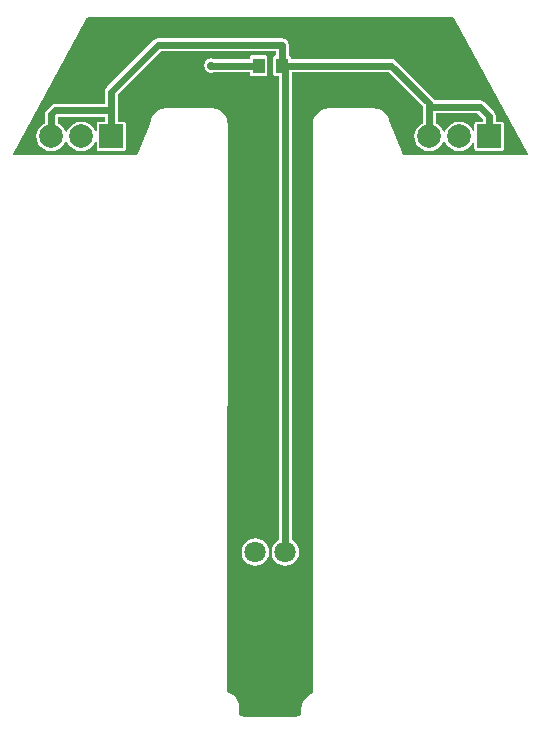
<source format=gbl>
G04 Layer_Physical_Order=2*
G04 Layer_Color=16711680*
%FSLAX44Y44*%
%MOMM*%
G71*
G01*
G75*
%ADD11R,1.0000X1.2500*%
%ADD12C,0.6000*%
%ADD13C,1.8000*%
%ADD14R,2.0000X2.0000*%
%ADD15C,2.0000*%
%ADD16C,0.7000*%
G36*
X155390Y595390D02*
X156276Y594064D01*
X156333Y593778D01*
X156333Y593778D01*
X156447Y593535D01*
X156449Y593529D01*
X156454Y593521D01*
X156620Y593169D01*
X217964Y479935D01*
X217314Y478844D01*
X116235Y478844D01*
X116060Y478844D01*
X114822Y478859D01*
X114096Y478961D01*
X114760Y478864D01*
X113613Y479029D01*
X113406Y479070D01*
X112367Y479764D01*
X111673Y480803D01*
X111610Y481119D01*
X111610Y481119D01*
X111429Y481507D01*
X100998Y505983D01*
X100654Y508595D01*
X99266Y511944D01*
X97059Y514821D01*
X94183Y517028D01*
X90833Y518416D01*
X87238Y518889D01*
Y518889D01*
X87195Y518846D01*
X50344Y518927D01*
X49911Y519013D01*
Y519058D01*
X46316Y518585D01*
X42966Y517198D01*
X40090Y514991D01*
X37883Y512114D01*
X36495Y508764D01*
X36022Y505170D01*
X36049D01*
X36051Y505168D01*
X36264Y23357D01*
X33056Y22028D01*
X30179Y19821D01*
X27972Y16944D01*
X26584Y13595D01*
X26111Y10000D01*
X26111D01*
X26182Y8759D01*
X26248Y5685D01*
X25633Y4764D01*
X24594Y4070D01*
X24387Y4029D01*
X23240Y3864D01*
X23904Y3961D01*
X24387Y4029D01*
X24426Y4036D01*
X23904Y3961D01*
X23179Y3859D01*
X21939Y3844D01*
X21765Y3844D01*
X-21765D01*
X-21939Y3844D01*
X-23179Y3859D01*
X-23904Y3961D01*
X-23240Y3864D01*
X-24387Y4029D01*
X-24594Y4070D01*
X-25633Y4764D01*
X-26256Y5697D01*
X-26201Y10773D01*
X-26156Y11000D01*
X-26111D01*
X-26584Y14595D01*
X-27972Y17944D01*
X-30179Y20821D01*
X-33056Y23028D01*
X-36264Y24357D01*
X-36051Y504998D01*
X-36006Y505000D01*
X-36479Y508595D01*
X-37867Y511944D01*
X-40074Y514821D01*
X-42951Y517028D01*
X-46300Y518416D01*
X-49315Y518812D01*
X-49904Y518928D01*
X-87977Y518844D01*
X-88022Y518889D01*
Y518889D01*
X-91617Y518415D01*
X-94966Y517028D01*
X-97843Y514821D01*
X-100050Y511944D01*
X-101438Y508595D01*
X-101800Y505844D01*
X-111012Y482562D01*
X-111137Y482248D01*
X-111606Y481128D01*
X-111687Y480975D01*
X-111612Y481115D01*
X-112153Y480092D01*
X-111687Y480975D01*
X-112199Y480015D01*
X-112367Y479764D01*
X-113406Y479070D01*
X-113613Y479029D01*
X-114760Y478864D01*
X-114096Y478961D01*
X-113613Y479029D01*
X-113574Y479036D01*
X-114096Y478961D01*
X-114822Y478859D01*
X-116061Y478844D01*
X-116235Y478844D01*
X-217314Y478844D01*
X-217964Y479935D01*
X-156877Y592696D01*
X-156620Y593169D01*
X-156454Y593521D01*
X-156449Y593529D01*
X-156333Y593778D01*
X-155761Y594835D01*
X-155390Y595390D01*
X-154244Y596156D01*
X154244D01*
X155390Y595390D01*
D02*
G37*
%LPC*%
G36*
X113574Y479036D02*
X113613Y479029D01*
X114096Y478961D01*
X113574Y479036D01*
D02*
G37*
G36*
X-24426Y4036D02*
X-24387Y4029D01*
X-23904Y3961D01*
X-24426Y4036D01*
D02*
G37*
G36*
X-12700Y154599D02*
X-15702Y154204D01*
X-18500Y153045D01*
X-20902Y151202D01*
X-22745Y148800D01*
X-23904Y146002D01*
X-24299Y143000D01*
X-23904Y139998D01*
X-22745Y137200D01*
X-20902Y134798D01*
X-18500Y132955D01*
X-15702Y131796D01*
X-12700Y131401D01*
X-9698Y131796D01*
X-6900Y132955D01*
X-4498Y134798D01*
X-2655Y137200D01*
X-1496Y139998D01*
X-1101Y143000D01*
X-1496Y146002D01*
X-2655Y148800D01*
X-4498Y151202D01*
X-6900Y153045D01*
X-9698Y154204D01*
X-12700Y154599D01*
D02*
G37*
G36*
X-5000Y563799D02*
X-15000D01*
X-15975Y563605D01*
X-16802Y563052D01*
X-17355Y562225D01*
X-17549Y561250D01*
Y560608D01*
X-47593D01*
X-47659Y560652D01*
X-50000Y561118D01*
X-52341Y560652D01*
X-54326Y559326D01*
X-55652Y557341D01*
X-56118Y555000D01*
X-55652Y552659D01*
X-54326Y550674D01*
X-52341Y549348D01*
X-50000Y548882D01*
X-47659Y549348D01*
X-47593Y549392D01*
X-17549D01*
Y548750D01*
X-17355Y547775D01*
X-16802Y546948D01*
X-15975Y546395D01*
X-15000Y546201D01*
X-5000D01*
X-4025Y546395D01*
X-3198Y546948D01*
X-2645Y547775D01*
X-2451Y548750D01*
Y561250D01*
X-2645Y562225D01*
X-3198Y563052D01*
X-4025Y563605D01*
X-5000Y563799D01*
D02*
G37*
G36*
X10000Y578108D02*
X-95000D01*
X-97146Y577681D01*
X-98965Y576465D01*
X-138565Y536865D01*
X-139781Y535046D01*
X-140208Y532900D01*
Y522708D01*
X-182100D01*
X-184246Y522281D01*
X-186065Y521065D01*
X-189365Y517765D01*
X-190581Y515946D01*
X-191008Y513800D01*
Y506207D01*
X-191704Y505919D01*
X-194315Y503915D01*
X-196319Y501304D01*
X-197578Y498263D01*
X-198008Y495000D01*
X-197578Y491737D01*
X-196319Y488696D01*
X-194315Y486085D01*
X-191704Y484081D01*
X-188663Y482822D01*
X-185400Y482392D01*
X-182137Y482822D01*
X-179096Y484081D01*
X-176485Y486085D01*
X-174481Y488696D01*
X-173352Y491423D01*
X-173350Y491423D01*
X-172050D01*
X-172048Y491423D01*
X-170919Y488696D01*
X-168915Y486085D01*
X-166304Y484081D01*
X-163263Y482822D01*
X-160000Y482392D01*
X-156737Y482822D01*
X-153696Y484081D01*
X-151085Y486085D01*
X-149081Y488696D01*
X-148419Y490295D01*
X-147149Y490042D01*
Y485000D01*
X-146955Y484025D01*
X-146402Y483198D01*
X-145576Y482645D01*
X-144600Y482451D01*
X-124600D01*
X-123625Y482645D01*
X-122798Y483198D01*
X-122245Y484025D01*
X-122051Y485000D01*
Y505000D01*
X-122245Y505975D01*
X-122798Y506802D01*
X-123625Y507355D01*
X-124600Y507549D01*
X-128992D01*
Y517100D01*
Y530577D01*
X-92677Y566892D01*
X4392D01*
Y563678D01*
X4025Y563605D01*
X3198Y563052D01*
X2645Y562225D01*
X2451Y561250D01*
Y548750D01*
X2645Y547775D01*
X3198Y546948D01*
X4025Y546395D01*
X5000Y546201D01*
X7092D01*
Y153125D01*
X6900Y153045D01*
X4498Y151202D01*
X2655Y148800D01*
X1496Y146002D01*
X1101Y143000D01*
X1496Y139998D01*
X2655Y137200D01*
X4498Y134798D01*
X6900Y132955D01*
X9698Y131796D01*
X12700Y131401D01*
X15702Y131796D01*
X18500Y132955D01*
X20902Y134798D01*
X22745Y137200D01*
X23904Y139998D01*
X24299Y143000D01*
X23904Y146002D01*
X22745Y148800D01*
X20902Y151202D01*
X18500Y153045D01*
X18308Y153125D01*
Y549392D01*
X100177D01*
X128992Y520577D01*
Y506207D01*
X128296Y505919D01*
X125685Y503915D01*
X123681Y501304D01*
X122422Y498263D01*
X121992Y495000D01*
X122422Y491737D01*
X123681Y488696D01*
X125685Y486085D01*
X128296Y484081D01*
X131337Y482822D01*
X134600Y482392D01*
X137863Y482822D01*
X140904Y484081D01*
X143515Y486085D01*
X145519Y488696D01*
X146648Y491423D01*
X146650Y491423D01*
X147950D01*
X147952Y491423D01*
X149081Y488696D01*
X151085Y486085D01*
X153696Y484081D01*
X156737Y482822D01*
X160000Y482392D01*
X163263Y482822D01*
X166304Y484081D01*
X168915Y486085D01*
X170919Y488696D01*
X171581Y490295D01*
X172851Y490042D01*
Y485000D01*
X173045Y484025D01*
X173598Y483198D01*
X174425Y482645D01*
X175400Y482451D01*
X195400D01*
X196376Y482645D01*
X197202Y483198D01*
X197755Y484025D01*
X197949Y485000D01*
Y505000D01*
X197755Y505975D01*
X197202Y506802D01*
X196376Y507355D01*
X195400Y507549D01*
X191008D01*
Y512100D01*
X190581Y514246D01*
X189365Y516065D01*
X181465Y523965D01*
X179646Y525181D01*
X177500Y525608D01*
X139405D01*
X138565Y526865D01*
X106465Y558965D01*
X104646Y560181D01*
X102500Y560608D01*
X17549D01*
Y561250D01*
X17355Y562225D01*
X16802Y563052D01*
X15975Y563605D01*
X15608Y563678D01*
Y572500D01*
X15181Y574646D01*
X13965Y576465D01*
X12146Y577681D01*
X10000Y578108D01*
D02*
G37*
%LPD*%
G36*
X179792Y509777D02*
Y507549D01*
X175400D01*
X174425Y507355D01*
X173598Y506802D01*
X173045Y505975D01*
X172851Y505000D01*
Y499958D01*
X171581Y499705D01*
X170919Y501304D01*
X168915Y503915D01*
X166304Y505919D01*
X163263Y507178D01*
X160000Y507608D01*
X156737Y507178D01*
X153696Y505919D01*
X151085Y503915D01*
X149081Y501304D01*
X147952Y498577D01*
X147950Y498577D01*
X146650D01*
X146648Y498577D01*
X145519Y501304D01*
X143515Y503915D01*
X140904Y505919D01*
X140208Y506207D01*
Y514392D01*
X175177D01*
X179792Y509777D01*
D02*
G37*
G36*
X-140208Y507549D02*
X-144600D01*
X-145576Y507355D01*
X-146402Y506802D01*
X-146955Y505975D01*
X-147149Y505000D01*
Y499958D01*
X-148419Y499705D01*
X-149081Y501304D01*
X-151085Y503915D01*
X-153696Y505919D01*
X-156737Y507178D01*
X-160000Y507608D01*
X-163263Y507178D01*
X-166304Y505919D01*
X-168915Y503915D01*
X-170919Y501304D01*
X-172048Y498577D01*
X-172050Y498577D01*
X-173350D01*
X-173352Y498577D01*
X-174481Y501304D01*
X-176485Y503915D01*
X-179096Y505919D01*
X-179792Y506207D01*
Y511477D01*
X-179777Y511492D01*
X-140208D01*
Y507549D01*
D02*
G37*
D11*
X-10000Y555000D02*
D03*
X10000D02*
D03*
D12*
X-134600Y517100D02*
Y532900D01*
Y495000D02*
Y517100D01*
X10000Y555000D02*
Y572500D01*
X-95000D02*
X10000D01*
X-134600Y532900D02*
X-95000Y572500D01*
X102500Y555000D02*
X134600Y522900D01*
X10000Y555000D02*
X102500D01*
X-50000D02*
X-10000D01*
X-185400Y495000D02*
Y513800D01*
X-182100Y517100D01*
X-134600D01*
X185400Y495000D02*
Y512100D01*
X177500Y520000D02*
X185400Y512100D01*
X134600Y520000D02*
X177500D01*
X10000Y555000D02*
X12700Y552300D01*
X134600Y495000D02*
Y520000D01*
Y522900D01*
X12700Y143000D02*
Y552300D01*
D13*
Y143000D02*
D03*
X-12700D02*
D03*
D14*
X185400Y495000D02*
D03*
X-134600D02*
D03*
D15*
X160000D02*
D03*
X134600D02*
D03*
X-160000D02*
D03*
X-185400D02*
D03*
D16*
X-50000Y555000D02*
D03*
M02*

</source>
